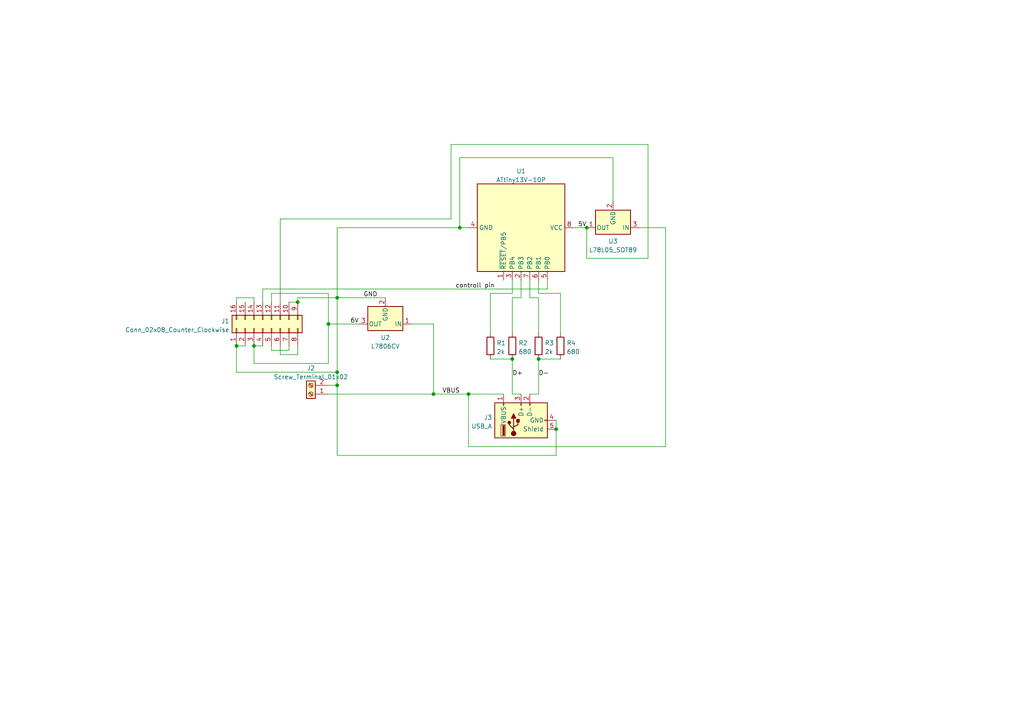
<source format=kicad_sch>
(kicad_sch (version 20211123) (generator eeschema)
  (paper "A4")
  (lib_symbols
    (symbol "Connector:Screw_Terminal_01x02" (pin_names (offset 1.016) hide)
      (property "Reference" "J" (at 0 2.54 0))
      (property "Value" "Screw_Terminal_01x02" (at 0 -5.08 0))
      (symbol "Screw_Terminal_01x02_1_1"
        (rectangle (start -1.27 1.27) (end 1.27 -3.81) (stroke (width 0.254)) (fill (type background)))
        (circle (center 0 -2.54) (radius 0.635) (stroke (width 0.1524)))
        (polyline (pts (xy -0.5334 -2.2098) (xy 0.3302 -3.048)) (stroke (width 0.1524)))
        (polyline (pts (xy -0.5334 0.3302) (xy 0.3302 -0.508)) (stroke (width 0.1524)))
        (polyline (pts (xy -0.3556 -2.032) (xy 0.508 -2.8702)) (stroke (width 0.1524)))
        (polyline (pts (xy -0.3556 0.508) (xy 0.508 -0.3302)) (stroke (width 0.1524)))
        (circle (center 0 0) (radius 0.635) (stroke (width 0.1524)))
        (pin passive line (at -5.08 0 0) (length 3.81) (name "Pin_1") (number "1"))
        (pin passive line (at -5.08 -2.54 0) (length 3.81) (name "Pin_2") (number "2"))
      )
    )
    (symbol "Connector:USB_A" (pin_names (offset 1.016))
      (property "Reference" "J" (at -5.08 11.43 0))
      (property "Value" "USB_A" (at -5.08 8.89 0))
      (symbol "USB_A_0_1"
        (rectangle (start -5.08 -7.62) (end 5.08 7.62) (stroke (width 0.254)) (fill (type background)))
        (circle (center -3.81 2.159) (radius 0.635) (stroke (width 0.254)) (fill (type outline)))
        (rectangle (start -1.524 4.826) (end -4.318 5.334) (fill (type outline)))
        (rectangle (start -1.27 4.572) (end -4.572 5.842))
        (circle (center -0.635 3.429) (radius 0.381) (stroke (width 0.254)) (fill (type outline)))
        (rectangle (start -0.127 -7.62) (end 0.127 -6.858))
        (polyline (pts (xy -3.175 2.159) (xy -2.54 2.159) (xy -1.27 3.429) (xy -0.635 3.429)) (stroke (width 0.254)))
        (polyline (pts (xy -2.54 2.159) (xy -1.905 2.159) (xy -1.27 0.889) (xy 0 0.889)) (stroke (width 0.254)))
        (polyline (pts (xy 0.635 2.794) (xy 0.635 1.524) (xy 1.905 2.159) (xy 0.635 2.794)) (stroke (width 0.254)) (fill (type outline)))
        (rectangle (start 0.254 1.27) (end -0.508 0.508) (stroke (width 0.254)) (fill (type outline)))
        (rectangle (start 5.08 -2.667) (end 4.318 -2.413))
        (rectangle (start 5.08 -0.127) (end 4.318 0.127))
        (rectangle (start 5.08 4.953) (end 4.318 5.207))
      )
      (symbol "USB_A_1_1"
        (polyline (pts (xy -1.905 2.159) (xy 0.635 2.159)) (stroke (width 0.254)))
        (pin power_in line (at 7.62 5.08 180) (length 2.54) (name "VBUS") (number "1"))
        (pin bidirectional line (at 7.62 -2.54 180) (length 2.54) (name "D-") (number "2"))
        (pin bidirectional line (at 7.62 0 180) (length 2.54) (name "D+") (number "3"))
        (pin power_in line (at 0 -10.16 90) (length 2.54) (name "GND") (number "4"))
        (pin passive line (at -2.54 -10.16 90) (length 2.54) (name "Shield") (number "5"))
      )
    )
    (symbol "Connector_Generic:Conn_02x08_Counter_Clockwise" (pin_names (offset 1.016) hide)
      (property "Reference" "J" (at 1.27 10.16 0))
      (property "Value" "Conn_02x08_Counter_Clockwise" (at 1.27 -12.7 0))
      (symbol "Conn_02x08_Counter_Clockwise_1_1"
        (rectangle (start -1.27 -10.033) (end 0 -10.287) (stroke (width 0.1524)))
        (rectangle (start -1.27 -7.493) (end 0 -7.747) (stroke (width 0.1524)))
        (rectangle (start -1.27 -4.953) (end 0 -5.207) (stroke (width 0.1524)))
        (rectangle (start -1.27 -2.413) (end 0 -2.667) (stroke (width 0.1524)))
        (rectangle (start -1.27 0.127) (end 0 -0.127) (stroke (width 0.1524)))
        (rectangle (start -1.27 2.667) (end 0 2.413) (stroke (width 0.1524)))
        (rectangle (start -1.27 5.207) (end 0 4.953) (stroke (width 0.1524)))
        (rectangle (start -1.27 7.747) (end 0 7.493) (stroke (width 0.1524)))
        (rectangle (start -1.27 8.89) (end 3.81 -11.43) (stroke (width 0.254)) (fill (type background)))
        (rectangle (start 3.81 -10.033) (end 2.54 -10.287) (stroke (width 0.1524)))
        (rectangle (start 3.81 -7.493) (end 2.54 -7.747) (stroke (width 0.1524)))
        (rectangle (start 3.81 -4.953) (end 2.54 -5.207) (stroke (width 0.1524)))
        (rectangle (start 3.81 -2.413) (end 2.54 -2.667) (stroke (width 0.1524)))
        (rectangle (start 3.81 0.127) (end 2.54 -0.127) (stroke (width 0.1524)))
        (rectangle (start 3.81 2.667) (end 2.54 2.413) (stroke (width 0.1524)))
        (rectangle (start 3.81 5.207) (end 2.54 4.953) (stroke (width 0.1524)))
        (rectangle (start 3.81 7.747) (end 2.54 7.493) (stroke (width 0.1524)))
        (pin passive line (at -5.08 7.62 0) (length 3.81) (name "Pin_1") (number "1"))
        (pin passive line (at 7.62 -7.62 180) (length 3.81) (name "Pin_10") (number "10"))
        (pin passive line (at 7.62 -5.08 180) (length 3.81) (name "Pin_11") (number "11"))
        (pin passive line (at 7.62 -2.54 180) (length 3.81) (name "Pin_12") (number "12"))
        (pin passive line (at 7.62 0 180) (length 3.81) (name "Pin_13") (number "13"))
        (pin passive line (at 7.62 2.54 180) (length 3.81) (name "Pin_14") (number "14"))
        (pin passive line (at 7.62 5.08 180) (length 3.81) (name "Pin_15") (number "15"))
        (pin passive line (at 7.62 7.62 180) (length 3.81) (name "Pin_16") (number "16"))
        (pin passive line (at -5.08 5.08 0) (length 3.81) (name "Pin_2") (number "2"))
        (pin passive line (at -5.08 2.54 0) (length 3.81) (name "Pin_3") (number "3"))
        (pin passive line (at -5.08 0 0) (length 3.81) (name "Pin_4") (number "4"))
        (pin passive line (at -5.08 -2.54 0) (length 3.81) (name "Pin_5") (number "5"))
        (pin passive line (at -5.08 -5.08 0) (length 3.81) (name "Pin_6") (number "6"))
        (pin passive line (at -5.08 -7.62 0) (length 3.81) (name "Pin_7") (number "7"))
        (pin passive line (at -5.08 -10.16 0) (length 3.81) (name "Pin_8") (number "8"))
        (pin passive line (at 7.62 -10.16 180) (length 3.81) (name "Pin_9") (number "9"))
      )
    )
    (symbol "Device:R" (pin_numbers hide) (pin_names (offset 0))
      (property "Reference" "R" (at 2.032 0 90))
      (property "Value" "R" (at 0 0 90))
      (symbol "R_0_1"
        (rectangle (start -1.016 -2.54) (end 1.016 2.54) (stroke (width 0.254)))
      )
      (symbol "R_1_1"
        (pin passive line (at 0 3.81 270) (length 1.27) (name "~") (number "1"))
        (pin passive line (at 0 -3.81 90) (length 1.27) (name "~") (number "2"))
      )
    )
    (symbol "MCU_Microchip_ATtiny:ATtiny13V-10P"
      (property "Reference" "U" (at -12.7 13.97 0))
      (property "Value" "ATtiny13V-10P" (at 2.54 -13.97 0))
      (symbol "ATtiny13V-10P_0_1"
        (rectangle (start -12.7 -12.7) (end 12.7 12.7) (stroke (width 0.254)) (fill (type background)))
      )
      (symbol "ATtiny13V-10P_1_1"
        (pin bidirectional line (at 15.24 -5.08 180) (length 2.54) (name "~{RESET}/PB5") (number "1"))
        (pin bidirectional line (at 15.24 0 180) (length 2.54) (name "PB3") (number "2"))
        (pin bidirectional line (at 15.24 -2.54 180) (length 2.54) (name "PB4") (number "3"))
        (pin power_in line (at 0 -15.24 90) (length 2.54) (name "GND") (number "4"))
        (pin bidirectional line (at 15.24 7.62 180) (length 2.54) (name "PB0") (number "5"))
        (pin bidirectional line (at 15.24 5.08 180) (length 2.54) (name "PB1") (number "6"))
        (pin bidirectional line (at 15.24 2.54 180) (length 2.54) (name "PB2") (number "7"))
        (pin power_in line (at 0 15.24 270) (length 2.54) (name "VCC") (number "8"))
      )
    )
    (symbol "Regulator_Linear:L7806" (pin_names (offset 0.254))
      (property "Reference" "U" (at -3.81 3.175 0))
      (property "Value" "L7806" (at 0 3.175 0))
      (symbol "L7806_0_1"
        (rectangle (start -5.08 1.905) (end 5.08 -5.08) (stroke (width 0.254)) (fill (type background)))
      )
      (symbol "L7806_1_1"
        (pin power_in line (at -7.62 0 0) (length 2.54) (name "IN") (number "1"))
        (pin power_in line (at 0 -7.62 90) (length 2.54) (name "GND") (number "2"))
        (pin power_out line (at 7.62 0 180) (length 2.54) (name "OUT") (number "3"))
      )
    )
    (symbol "Regulator_Linear:L78L05_SOT89" (pin_names (offset 0.254))
      (property "Reference" "U" (at -3.81 3.175 0))
      (property "Value" "L78L05_SOT89" (at -0.635 3.175 0))
      (symbol "L78L05_SOT89_0_1"
        (rectangle (start -5.08 1.905) (end 5.08 -5.08) (stroke (width 0.254)) (fill (type background)))
      )
      (symbol "L78L05_SOT89_1_1"
        (pin power_out line (at 7.62 0 180) (length 2.54) (name "OUT") (number "1"))
        (pin power_in line (at 0 -7.62 90) (length 2.54) (name "GND") (number "2"))
        (pin power_in line (at -7.62 0 0) (length 2.54) (name "IN") (number "3"))
      )
    )
  )
  (junction (at 97.79 86.36))
  (junction (at 135.89 114.3))
  (junction (at 148.59 104.14))
  (junction (at 133.35 66.04))
  (junction (at 170.18 66.04))
  (junction (at 97.79 111.76))
  (junction (at 125.73 114.3))
  (junction (at 86.36 87.63))
  (junction (at 95.25 93.98))
  (junction (at 161.29 124.46))
  (junction (at 97.79 107.95))
  (junction (at 68.58 100.33))
  (junction (at 73.66 100.33))
  (junction (at 156.21 104.14))
  (wire (pts (xy 97.79 132.08) (xy 161.29 132.08)))
  (wire (pts (xy 146.05 114.3) (xy 135.89 114.3)))
  (wire (pts (xy 156.21 86.36) (xy 156.21 96.52)))
  (wire (pts (xy 193.04 66.04) (xy 185.42 66.04)))
  (wire (pts (xy 187.96 41.91) (xy 130.81 41.91)))
  (wire (pts (xy 156.21 81.28) (xy 156.21 85.09)))
  (wire (pts (xy 151.13 114.3) (xy 148.59 114.3)))
  (wire (pts (xy 95.25 93.98) (xy 95.25 85.09)))
  (wire (pts (xy 148.59 114.3) (xy 148.59 104.14)))
  (wire (pts (xy 148.59 85.09) (xy 142.24 85.09)))
  (wire (pts (xy 125.73 114.3) (xy 125.73 93.98)))
  (wire (pts (xy 95.25 114.3) (xy 125.73 114.3)))
  (wire (pts (xy 95.25 85.09) (xy 78.74 85.09)))
  (wire (pts (xy 86.36 86.36) (xy 86.36 87.63)))
  (wire (pts (xy 73.66 100.33) (xy 73.66 105.41)))
  (wire (pts (xy 135.89 114.3) (xy 135.89 129.54)))
  (wire (pts (xy 81.28 102.87) (xy 86.36 102.87)))
  (wire (pts (xy 97.79 86.36) (xy 86.36 86.36)))
  (wire (pts (xy 86.36 100.33) (xy 86.36 102.87)))
  (wire (pts (xy 148.59 81.28) (xy 148.59 85.09)))
  (wire (pts (xy 73.66 105.41) (xy 95.25 105.41)))
  (wire (pts (xy 97.79 107.95) (xy 97.79 111.76)))
  (wire (pts (xy 156.21 85.09) (xy 162.56 85.09)))
  (wire (pts (xy 95.25 93.98) (xy 104.14 93.98)))
  (wire (pts (xy 162.56 85.09) (xy 162.56 96.52)))
  (wire (pts (xy 151.13 81.28) (xy 151.13 86.36)))
  (wire (pts (xy 76.2 83.82) (xy 76.2 87.63)))
  (wire (pts (xy 130.81 63.5) (xy 81.28 63.5)))
  (wire (pts (xy 158.75 81.28) (xy 158.75 83.82)))
  (wire (pts (xy 153.67 114.3) (xy 156.21 114.3)))
  (wire (pts (xy 97.79 66.04) (xy 133.35 66.04)))
  (wire (pts (xy 81.28 63.5) (xy 81.28 87.63)))
  (wire (pts (xy 73.66 86.36) (xy 68.58 86.36)))
  (wire (pts (xy 161.29 121.92) (xy 161.29 124.46)))
  (wire (pts (xy 133.35 66.04) (xy 135.89 66.04)))
  (wire (pts (xy 130.81 41.91) (xy 130.81 63.5)))
  (wire (pts (xy 78.74 101.6) (xy 83.82 101.6)))
  (wire (pts (xy 83.82 87.63) (xy 86.36 87.63)))
  (wire (pts (xy 133.35 45.72) (xy 177.8 45.72)))
  (wire (pts (xy 78.74 85.09) (xy 78.74 87.63)))
  (wire (pts (xy 119.38 93.98) (xy 125.73 93.98)))
  (wire (pts (xy 68.58 86.36) (xy 68.58 87.63)))
  (wire (pts (xy 161.29 124.46) (xy 161.29 132.08)))
  (wire (pts (xy 97.79 86.36) (xy 111.76 86.36)))
  (wire (pts (xy 153.67 86.36) (xy 156.21 86.36)))
  (wire (pts (xy 68.58 107.95) (xy 97.79 107.95)))
  (wire (pts (xy 97.79 111.76) (xy 97.79 132.08)))
  (wire (pts (xy 187.96 74.93) (xy 187.96 41.91)))
  (wire (pts (xy 170.18 66.04) (xy 170.18 74.93)))
  (wire (pts (xy 95.25 105.41) (xy 95.25 93.98)))
  (wire (pts (xy 97.79 86.36) (xy 97.79 107.95)))
  (wire (pts (xy 73.66 87.63) (xy 73.66 86.36)))
  (wire (pts (xy 97.79 66.04) (xy 97.79 86.36)))
  (wire (pts (xy 78.74 100.33) (xy 78.74 101.6)))
  (wire (pts (xy 135.89 114.3) (xy 125.73 114.3)))
  (wire (pts (xy 135.89 129.54) (xy 193.04 129.54)))
  (wire (pts (xy 81.28 100.33) (xy 81.28 102.87)))
  (wire (pts (xy 153.67 81.28) (xy 153.67 86.36)))
  (wire (pts (xy 156.21 114.3) (xy 156.21 104.14)))
  (wire (pts (xy 151.13 86.36) (xy 148.59 86.36)))
  (wire (pts (xy 148.59 86.36) (xy 148.59 96.52)))
  (wire (pts (xy 142.24 85.09) (xy 142.24 96.52)))
  (wire (pts (xy 133.35 45.72) (xy 133.35 66.04)))
  (wire (pts (xy 177.8 45.72) (xy 177.8 58.42)))
  (wire (pts (xy 68.58 100.33) (xy 68.58 107.95)))
  (wire (pts (xy 83.82 100.33) (xy 83.82 101.6)))
  (wire (pts (xy 68.58 100.33) (xy 71.12 100.33)))
  (wire (pts (xy 73.66 100.33) (xy 76.2 100.33)))
  (wire (pts (xy 170.18 74.93) (xy 187.96 74.93)))
  (wire (pts (xy 95.25 111.76) (xy 97.79 111.76)))
  (wire (pts (xy 76.2 83.82) (xy 158.75 83.82)))
  (wire (pts (xy 156.21 104.14) (xy 162.56 104.14)))
  (wire (pts (xy 166.37 66.04) (xy 170.18 66.04)))
  (wire (pts (xy 193.04 129.54) (xy 193.04 66.04)))
  (wire (pts (xy 142.24 104.14) (xy 148.59 104.14)))
  (label "6V" (at 101.6 93.98 0))
  (label "5V" (at 167.64 66.04 0))
  (label "D+" (at 148.59 109.22 0))
  (label "D-" (at 156.21 109.22 0))
  (label "controll pin" (at 132.08 83.82 0))
  (label "GND" (at 105.41 86.36 0))
  (label "VBUS" (at 128.27 114.3 0))
  (symbol (lib_id "MCU_Microchip_ATtiny:ATtiny13V-10P") (at 151.13 66.04 270) (unit 1)
    (property "Reference" "U1" (at 151.13 49.6402 90))
    (property "Value" "ATtiny13V-10P" (at 151.13 52.1771 90))
    (property "Footprint" "Package_DIP:DIP-8_W7.62mm" (effects hide))
    (property "Datasheet" "http://ww1.microchip.com/downloads/en/DeviceDoc/doc2535.pdf" (effects hide))
  )
  (symbol (lib_id "Regulator_Linear:L78L05_SOT89") (at 177.8 66.04 180) (unit 1)
    (property "Reference" "U3" (at 177.8 69.9754 0))
    (property "Value" "L78L05_SOT89" (at 177.8 72.5123 0))
    (property "Footprint" "Package_TO_SOT_SMD:SOT-89-3" (effects hide))
    (property "Datasheet" "http://www.st.com/content/ccc/resource/technical/document/datasheet/15/55/e5/aa/23/5b/43/fd/CD00000446.pdf/files/CD00000446.pdf/jcr:content/translations/en.CD00000446.pdf" (effects hide))
  )
  (symbol (lib_id "Device:R") (at 162.56 100.33 0) (unit 1)
    (property "Reference" "R4" (at 164.338 99.4953 0) (effects (justify left)))
    (property "Value" "680" (at 164.338 102.0322 0) (effects (justify left)))
    (property "Footprint" "Resistor_SMD:R_0603_1608Metric" (effects hide))
  )
  (symbol (lib_id "Connector:USB_A") (at 151.13 121.92 90) (unit 1)
    (property "Reference" "J3" (at 142.748 121.0853 90) (effects (justify left)))
    (property "Value" "USB_A" (at 142.748 123.6222 90) (effects (justify left)))
    (property "Footprint" "Connector_USB:USB_A_CNCTech_1001-011-01101_Horizontal" (effects hide))
    (property "Datasheet" " ~" (effects hide))
  )
  (symbol (lib_id "Regulator_Linear:L7806") (at 111.76 93.98 180) (unit 1)
    (property "Reference" "U2" (at 111.76 97.9154 0))
    (property "Value" "L7806CV" (at 111.76 100.4523 0))
    (property "Footprint" "Package_TO_SOT_THT:TO-220-3_Horizontal_TabDown" (effects hide))
    (property "Datasheet" "http://www.st.com/content/ccc/resource/technical/document/datasheet/41/4f/b3/b0/12/d4/47/88/CD00000444.pdf/files/CD00000444.pdf/jcr:content/translations/en.CD00000444.pdf" (effects hide))
  )
  (symbol (lib_id "Device:R") (at 148.59 100.33 0) (unit 1)
    (property "Reference" "R2" (at 150.368 99.4953 0) (effects (justify left)))
    (property "Value" "680" (at 150.368 102.0322 0) (effects (justify left)))
    (property "Footprint" "Resistor_SMD:R_0603_1608Metric" (effects hide))
  )
  (symbol (lib_id "Connector_Generic:Conn_02x08_Counter_Clockwise") (at 76.2 95.25 90) (unit 1)
    (property "Reference" "J1" (at 66.5481 93.1453 90) (effects (justify left)))
    (property "Value" "Conn_02x08_Counter_Clockwise" (at 66.5481 95.6822 90) (effects (justify left)))
    (property "Footprint" "Connector_PinHeader_2.54mm:PinHeader_2x08_P2.54mm_Vertical" (effects hide))
  )
  (symbol (lib_id "Connector:Screw_Terminal_01x02") (at 90.17 114.3 180) (unit 1)
    (property "Reference" "J2" (at 90.17 106.7902 0))
    (property "Value" "Screw_Terminal_01x02" (at 90.17 109.3271 0))
    (property "Footprint" "TerminalBlock:TerminalBlock_bornier-2_P5.08mm" (effects hide))
  )
  (symbol (lib_id "Device:R") (at 142.24 100.33 0) (unit 1)
    (property "Reference" "R1" (at 144.018 99.4953 0) (effects (justify left)))
    (property "Value" "2k" (at 144.018 102.0322 0) (effects (justify left)))
    (property "Footprint" "Resistor_SMD:R_0603_1608Metric" (effects hide))
  )
  (symbol (lib_id "Device:R") (at 156.21 100.33 0) (unit 1)
    (property "Reference" "R3" (at 157.988 99.4953 0) (effects (justify left)))
    (property "Value" "2k" (at 157.988 102.0322 0) (effects (justify left)))
    (property "Footprint" "Resistor_SMD:R_0603_1608Metric" (effects hide))
  )
)
</source>
